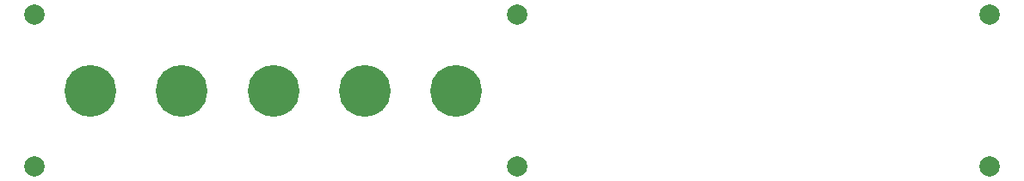
<source format=gbr>
%TF.GenerationSoftware,KiCad,Pcbnew,6.0.9+dfsg-1~bpo11+1*%
%TF.CreationDate,2022-11-11T14:52:23+01:00*%
%TF.ProjectId,014-base-power-board,3031342d-6261-4736-952d-706f7765722d,1*%
%TF.SameCoordinates,Original*%
%TF.FileFunction,Plated,1,2,PTH,Drill*%
%TF.FilePolarity,Positive*%
%FSLAX46Y46*%
G04 Gerber Fmt 4.6, Leading zero omitted, Abs format (unit mm)*
G04 Created by KiCad (PCBNEW 6.0.9+dfsg-1~bpo11+1) date 2022-11-11 14:52:23*
%MOMM*%
%LPD*%
G01*
G04 APERTURE LIST*
%TA.AperFunction,ComponentDrill*%
%ADD10C,2.000000*%
%TD*%
%TA.AperFunction,ComponentDrill*%
%ADD11C,5.100000*%
%TD*%
G04 APERTURE END LIST*
D10*
%TO.C,H1*%
X101000000Y-83000000D03*
%TO.C,H6*%
X101000000Y-98000000D03*
%TO.C,H2*%
X148500000Y-83000000D03*
%TO.C,H5*%
X148500000Y-98000000D03*
%TO.C,H3*%
X195000000Y-83000000D03*
%TO.C,H4*%
X195000000Y-98000000D03*
D11*
%TO.C,J1*%
X106500000Y-90500000D03*
%TO.C,J3*%
X115500000Y-90500000D03*
%TO.C,J5*%
X124500000Y-90500000D03*
%TO.C,J7*%
X133500000Y-90500000D03*
%TO.C,J9*%
X142500000Y-90500000D03*
M02*

</source>
